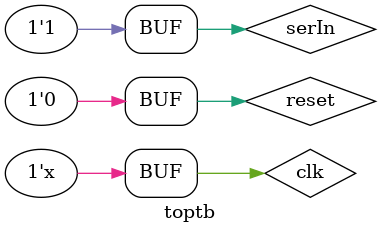
<source format=v>
`timescale 1ns / 1ps



module toptb();
//Starting Conditions
    reg clk = 1;
    reg reset = 0;
    reg serIn = 1;
    
    //Simulate the CLOCK
    always #1
    clk = ~clk;
    
    //Top Module Instantiation
    top uut (
        .clk(clk),
        .reset(reset),
        .serIn(serIn),
        .error(error),
        .outValid(outValid),
        .d(d),
        .p0(p0),
        .p1(p1),
        .p2(p2),
        .p3(p3));
 
 //One test bench for each Port and varying byte amounts
 // 0,1,2,3 
       
//// P0
////o/p 1111
//    initial begin
//        reset <= 1'b0; //reset
//        serIn <= 1'b1;
//        #2;
//        reset <= 1'b1;
//        serIn <= 1'b1;
//        #2;
//        reset <= 1'b0;
//        serIn <= 1'b1;
//        #2;
//        serIn <= 1'b1;
//        #2;
//        serIn <= 1'b0;  //serIn broguht low
//        #2;
//        serIn <= 1'b0; //d[0]
//        #2;
//        serIn <= 1'b0;  //d[1]
//        #2;
//        serIn <= 1'b0; //bCounter[0]
//        #2;
//        serIn <= 1'b0; //bCounter[1]
//        #2;
//        serIn <= 1'b0; //bCounter[2]
//        #2;
//        serIn <= 1'b1; //bCounter[3]
//        // how many bytes? = 1
//        #2;
//        serIn <= 1'b1; //1
//        #2;
//        serIn <= 1'b1; //1
//        #2;
//        serIn <= 1'b1; //1
//        #2;
//        serIn <= 1'b1; //1
//        //1111
//    end
  

    
//// P1
////o/p 0111_0110
//    initial begin
//        reset <= 1'b0; //reset
//        serIn <= 1'b1;
//        #2;
//        reset <= 1'b1;
//        serIn <= 1'b1;
//        #2;
//        reset <= 1'b0;
//        serIn <= 1'b1;
//        #2;
//        serIn <= 1'b1;
//        #2;
//        serIn <= 1'b0;  //serIn broguht low
//        #2;
//        serIn <= 1'b0; //d[0]
//        #2;
//        serIn <= 1'b1;  //d[1]
//        #2;
//        serIn <= 1'b0; //bCounter[0]
//        #2;
//        serIn <= 1'b0;//bCounter[1]
//        #2;
//        serIn <= 1'b1;//bCounter[2] 
//        #2;
//        serIn <= 1'b0; //bCounter[3]
//        // how many bytes? = 2
//        #2;
//        serIn <= 1'b0;
//        #2;
//        serIn <= 1'b1;
//        #2;
//        serIn <= 1'b1;
//        #2;
//        serIn <= 1'b1;
//        #2;
//        serIn <= 1'b0;
//        #2
//        serIn <= 1'b1;
//        #2;
//        serIn <= 1'b1;
//        #2;
//        serIn <= 1'b0; 
//        //0111_0110
//    end


//// P2
////o/p 1101
//    initial begin
//        reset <= 1'b0; //reset
//        serIn <= 1'b1;
//        #2;
//        reset <= 1'b1;
//        serIn <= 1'b1;
//        #2;
//        reset <= 1'b0;
//        serIn <= 1'b1;
//        #2;
//        serIn <= 1'b1;
//        #2;
//        serIn <= 1'b0;  //serIn broguht low
//        #2;
//        serIn <= 1'b1; //d[0]
//        #2;
//        serIn <= 1'b0;  //d[1]
//        #2;
//        serIn <= 1'b0; //bCounter[0]
//        #2;
//        serIn <= 1'b0; //bCounter[1]
//        #2;
//        serIn <= 1'b0; //bCounter[2]
//        #2;
//        serIn <= 1'b1; //bCounter[3]
//        // how many bytes? = 1
//        #2;
//        serIn <= 1'b1; //1
//        #2;
//        serIn <= 1'b1; //1
//        #2;
//        serIn <= 1'b0; //1
//        #2;
//        serIn <= 1'b1; //1
//        //1101
//    end
  

    
// P3
//o/p 1010_0101
    initial begin
        reset <= 1'b0; //reset
        serIn <= 1'b1;
        #2;
        reset <= 1'b1;
        serIn <= 1'b1;
        #2;
        reset <= 1'b0;
        serIn <= 1'b1;
        #2;
        serIn <= 1'b1;
        #2;
        serIn <= 1'b0;  //serIn broguht low
        #2;
        serIn <= 1'b1; //d[0]
        #2;
        serIn <= 1'b1;  //d[1]
        #2;
        serIn <= 1'b0; //bCounter[0]
        #2;
        serIn <= 1'b0;//bCounter[1]
        #2;
        serIn <= 1'b1;//bCounter[2] 
        #2;
        serIn <= 1'b0; //bCounter[3]
        // how many bytes? = 2
        #2;
        serIn <= 1'b1;
        #2;
        serIn <= 1'b0;
        #2;
        serIn <= 1'b1;
        #2;
        serIn <= 1'b0;
        #2;
        serIn <= 1'b0;
        #2
        serIn <= 1'b1;
        #2;
        serIn <= 1'b0;
        #2;
        serIn <= 1'b1;
        
        //11010_0101
//        #2;
//        serIn <= 1'b0;
    end



endmodule
</source>
